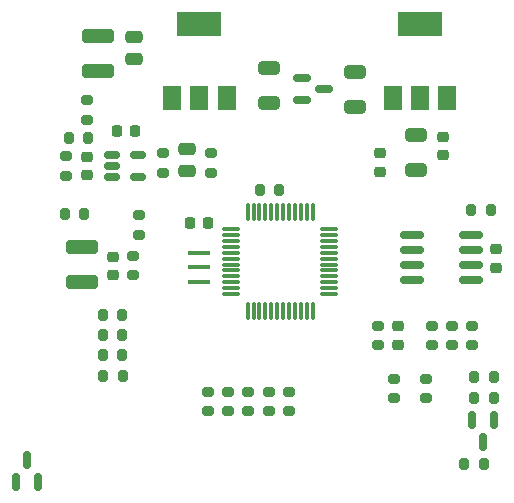
<source format=gtp>
G04 #@! TF.GenerationSoftware,KiCad,Pcbnew,7.0.7-7.0.7~ubuntu22.04.1*
G04 #@! TF.CreationDate,2023-09-20T09:52:15-03:00*
G04 #@! TF.ProjectId,CTB-02,4354422d-3032-42e6-9b69-6361645f7063,rev?*
G04 #@! TF.SameCoordinates,Original*
G04 #@! TF.FileFunction,Paste,Top*
G04 #@! TF.FilePolarity,Positive*
%FSLAX46Y46*%
G04 Gerber Fmt 4.6, Leading zero omitted, Abs format (unit mm)*
G04 Created by KiCad (PCBNEW 7.0.7-7.0.7~ubuntu22.04.1) date 2023-09-20 09:52:15*
%MOMM*%
%LPD*%
G01*
G04 APERTURE LIST*
G04 Aperture macros list*
%AMRoundRect*
0 Rectangle with rounded corners*
0 $1 Rounding radius*
0 $2 $3 $4 $5 $6 $7 $8 $9 X,Y pos of 4 corners*
0 Add a 4 corners polygon primitive as box body*
4,1,4,$2,$3,$4,$5,$6,$7,$8,$9,$2,$3,0*
0 Add four circle primitives for the rounded corners*
1,1,$1+$1,$2,$3*
1,1,$1+$1,$4,$5*
1,1,$1+$1,$6,$7*
1,1,$1+$1,$8,$9*
0 Add four rect primitives between the rounded corners*
20,1,$1+$1,$2,$3,$4,$5,0*
20,1,$1+$1,$4,$5,$6,$7,0*
20,1,$1+$1,$6,$7,$8,$9,0*
20,1,$1+$1,$8,$9,$2,$3,0*%
G04 Aperture macros list end*
%ADD10R,1.900000X0.400000*%
%ADD11RoundRect,0.150000X0.150000X-0.587500X0.150000X0.587500X-0.150000X0.587500X-0.150000X-0.587500X0*%
%ADD12RoundRect,0.200000X-0.200000X-0.275000X0.200000X-0.275000X0.200000X0.275000X-0.200000X0.275000X0*%
%ADD13RoundRect,0.200000X0.200000X0.275000X-0.200000X0.275000X-0.200000X-0.275000X0.200000X-0.275000X0*%
%ADD14RoundRect,0.200000X0.275000X-0.200000X0.275000X0.200000X-0.275000X0.200000X-0.275000X-0.200000X0*%
%ADD15RoundRect,0.200000X-0.275000X0.200000X-0.275000X-0.200000X0.275000X-0.200000X0.275000X0.200000X0*%
%ADD16R,1.500000X2.000000*%
%ADD17R,3.800000X2.000000*%
%ADD18RoundRect,0.150000X-0.150000X0.587500X-0.150000X-0.587500X0.150000X-0.587500X0.150000X0.587500X0*%
%ADD19RoundRect,0.250000X0.650000X-0.325000X0.650000X0.325000X-0.650000X0.325000X-0.650000X-0.325000X0*%
%ADD20RoundRect,0.225000X0.250000X-0.225000X0.250000X0.225000X-0.250000X0.225000X-0.250000X-0.225000X0*%
%ADD21RoundRect,0.218750X0.256250X-0.218750X0.256250X0.218750X-0.256250X0.218750X-0.256250X-0.218750X0*%
%ADD22RoundRect,0.225000X0.225000X0.250000X-0.225000X0.250000X-0.225000X-0.250000X0.225000X-0.250000X0*%
%ADD23RoundRect,0.150000X-0.512500X-0.150000X0.512500X-0.150000X0.512500X0.150000X-0.512500X0.150000X0*%
%ADD24RoundRect,0.250000X1.100000X-0.325000X1.100000X0.325000X-1.100000X0.325000X-1.100000X-0.325000X0*%
%ADD25RoundRect,0.250000X0.475000X-0.250000X0.475000X0.250000X-0.475000X0.250000X-0.475000X-0.250000X0*%
%ADD26RoundRect,0.150000X-0.587500X-0.150000X0.587500X-0.150000X0.587500X0.150000X-0.587500X0.150000X0*%
%ADD27RoundRect,0.225000X-0.250000X0.225000X-0.250000X-0.225000X0.250000X-0.225000X0.250000X0.225000X0*%
%ADD28RoundRect,0.250000X-0.475000X0.250000X-0.475000X-0.250000X0.475000X-0.250000X0.475000X0.250000X0*%
%ADD29RoundRect,0.150000X-0.825000X-0.150000X0.825000X-0.150000X0.825000X0.150000X-0.825000X0.150000X0*%
%ADD30RoundRect,0.250000X-0.650000X0.325000X-0.650000X-0.325000X0.650000X-0.325000X0.650000X0.325000X0*%
%ADD31RoundRect,0.075000X-0.662500X-0.075000X0.662500X-0.075000X0.662500X0.075000X-0.662500X0.075000X0*%
%ADD32RoundRect,0.075000X-0.075000X-0.662500X0.075000X-0.662500X0.075000X0.662500X-0.075000X0.662500X0*%
%ADD33RoundRect,0.250000X-1.100000X0.325000X-1.100000X-0.325000X1.100000X-0.325000X1.100000X0.325000X0*%
G04 APERTURE END LIST*
D10*
X145300000Y-86900000D03*
X145300000Y-88100000D03*
X145300000Y-89300000D03*
D11*
X129750000Y-106287500D03*
X131650000Y-106287500D03*
X130700000Y-104412500D03*
D12*
X133875000Y-83600000D03*
X135525000Y-83600000D03*
D13*
X170225000Y-97412500D03*
X168575000Y-97412500D03*
D14*
X139650000Y-88775000D03*
X139650000Y-87125000D03*
X164500000Y-99175000D03*
X164500000Y-97525000D03*
X168400000Y-94675000D03*
X168400000Y-93025000D03*
D15*
X135750000Y-73925000D03*
X135750000Y-75575000D03*
D12*
X168300000Y-83250000D03*
X169950000Y-83250000D03*
D14*
X161800000Y-99175000D03*
X161800000Y-97525000D03*
D12*
X137112500Y-93812500D03*
X138762500Y-93812500D03*
X134225000Y-77150000D03*
X135875000Y-77150000D03*
D14*
X134000000Y-80325000D03*
X134000000Y-78675000D03*
X160400000Y-94675000D03*
X160400000Y-93025000D03*
D16*
X161700000Y-73750000D03*
X164000000Y-73750000D03*
X166300000Y-73750000D03*
D17*
X164000000Y-67450000D03*
D14*
X165000000Y-94675000D03*
X165000000Y-93025000D03*
D15*
X146250000Y-78425000D03*
X146250000Y-80075000D03*
D18*
X170250000Y-100975000D03*
X168350000Y-100975000D03*
X169300000Y-102850000D03*
D19*
X163600000Y-79875000D03*
X163600000Y-76925000D03*
D20*
X137950000Y-88725000D03*
X137950000Y-87175000D03*
D21*
X162100000Y-94637500D03*
X162100000Y-93062500D03*
D13*
X152075000Y-81550000D03*
X150425000Y-81550000D03*
D16*
X143000000Y-73750000D03*
X145300000Y-73750000D03*
X147600000Y-73750000D03*
D17*
X145300000Y-67450000D03*
D22*
X139875000Y-76550000D03*
X138325000Y-76550000D03*
D20*
X135800000Y-80275000D03*
X135800000Y-78725000D03*
D14*
X142250000Y-80075000D03*
X142250000Y-78425000D03*
D15*
X140150000Y-83675000D03*
X140150000Y-85325000D03*
D12*
X137112500Y-92162500D03*
X138762500Y-92162500D03*
D14*
X147700000Y-100275000D03*
X147700000Y-98625000D03*
X149400000Y-100275000D03*
X149400000Y-98625000D03*
X151200000Y-100275000D03*
X151200000Y-98625000D03*
D12*
X137137500Y-97250000D03*
X138787500Y-97250000D03*
X168575000Y-99112500D03*
X170225000Y-99112500D03*
D23*
X137862500Y-78550000D03*
X137862500Y-79500000D03*
X137862500Y-80450000D03*
X140137500Y-80450000D03*
X140137500Y-78550000D03*
D24*
X135350000Y-89325000D03*
X135350000Y-86375000D03*
D12*
X137112500Y-95512500D03*
X138762500Y-95512500D03*
D25*
X144250000Y-79950000D03*
X144250000Y-78050000D03*
D26*
X153962500Y-72050000D03*
X153962500Y-73950000D03*
X155837500Y-73000000D03*
D22*
X146025000Y-84350000D03*
X144475000Y-84350000D03*
D15*
X166700000Y-93025000D03*
X166700000Y-94675000D03*
D27*
X170400000Y-86575000D03*
X170400000Y-88125000D03*
D28*
X139750000Y-68550000D03*
X139750000Y-70450000D03*
D29*
X163325000Y-85345000D03*
X163325000Y-86615000D03*
X163325000Y-87885000D03*
X163325000Y-89155000D03*
X168275000Y-89155000D03*
X168275000Y-87885000D03*
X168275000Y-86615000D03*
X168275000Y-85345000D03*
D13*
X169375000Y-104712500D03*
X167725000Y-104712500D03*
D27*
X160600000Y-78425000D03*
X160600000Y-79975000D03*
D30*
X158500000Y-71525000D03*
X158500000Y-74475000D03*
D20*
X165900000Y-78575000D03*
X165900000Y-77025000D03*
D31*
X147967500Y-84850000D03*
X147967500Y-85350000D03*
X147967500Y-85850000D03*
X147967500Y-86350000D03*
X147967500Y-86850000D03*
X147967500Y-87350000D03*
X147967500Y-87850000D03*
X147967500Y-88350000D03*
X147967500Y-88850000D03*
X147967500Y-89350000D03*
X147967500Y-89850000D03*
X147967500Y-90350000D03*
D32*
X149380000Y-91762500D03*
X149880000Y-91762500D03*
X150380000Y-91762500D03*
X150880000Y-91762500D03*
X151380000Y-91762500D03*
X151880000Y-91762500D03*
X152380000Y-91762500D03*
X152880000Y-91762500D03*
X153380000Y-91762500D03*
X153880000Y-91762500D03*
X154380000Y-91762500D03*
X154880000Y-91762500D03*
D31*
X156292500Y-90350000D03*
X156292500Y-89850000D03*
X156292500Y-89350000D03*
X156292500Y-88850000D03*
X156292500Y-88350000D03*
X156292500Y-87850000D03*
X156292500Y-87350000D03*
X156292500Y-86850000D03*
X156292500Y-86350000D03*
X156292500Y-85850000D03*
X156292500Y-85350000D03*
X156292500Y-84850000D03*
D32*
X154880000Y-83437500D03*
X154380000Y-83437500D03*
X153880000Y-83437500D03*
X153380000Y-83437500D03*
X152880000Y-83437500D03*
X152380000Y-83437500D03*
X151880000Y-83437500D03*
X151380000Y-83437500D03*
X150880000Y-83437500D03*
X150380000Y-83437500D03*
X149880000Y-83437500D03*
X149380000Y-83437500D03*
D30*
X151200000Y-71225000D03*
X151200000Y-74175000D03*
D33*
X136750000Y-68525000D03*
X136750000Y-71475000D03*
D14*
X152900000Y-100275000D03*
X152900000Y-98625000D03*
D15*
X146000000Y-98625000D03*
X146000000Y-100275000D03*
M02*

</source>
